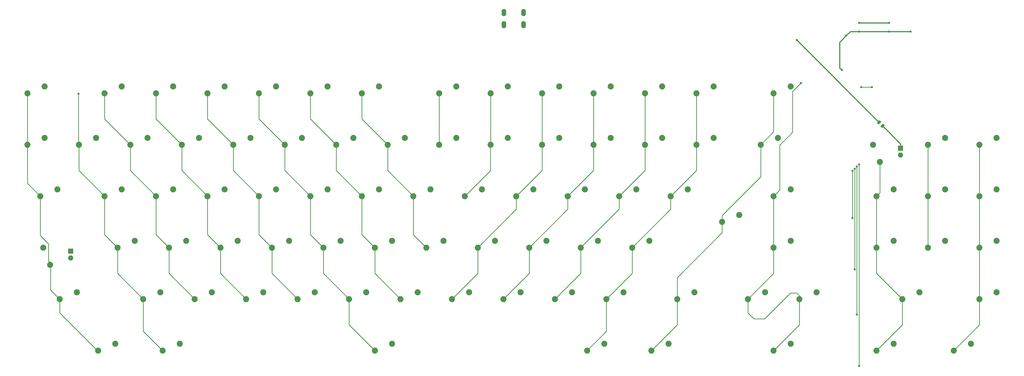
<source format=gtl>
%TF.GenerationSoftware,KiCad,Pcbnew,5.1.9*%
%TF.CreationDate,2021-05-19T15:57:03-04:00*%
%TF.ProjectId,EKS-Mk2,454b532d-4d6b-4322-9e6b-696361645f70,2.1*%
%TF.SameCoordinates,Original*%
%TF.FileFunction,Copper,L1,Top*%
%TF.FilePolarity,Positive*%
%FSLAX46Y46*%
G04 Gerber Fmt 4.6, Leading zero omitted, Abs format (unit mm)*
G04 Created by KiCad (PCBNEW 5.1.9) date 2021-05-19 15:57:03*
%MOMM*%
%LPD*%
G01*
G04 APERTURE LIST*
%TA.AperFunction,ComponentPad*%
%ADD10O,1.700000X2.700000*%
%TD*%
%TA.AperFunction,ComponentPad*%
%ADD11R,1.905000X1.905000*%
%TD*%
%TA.AperFunction,ComponentPad*%
%ADD12C,1.905000*%
%TD*%
%TA.AperFunction,ComponentPad*%
%ADD13C,2.250000*%
%TD*%
%TA.AperFunction,ViaPad*%
%ADD14C,0.800000*%
%TD*%
%TA.AperFunction,Conductor*%
%ADD15C,0.381000*%
%TD*%
%TA.AperFunction,Conductor*%
%ADD16C,0.250000*%
%TD*%
G04 APERTURE END LIST*
D10*
%TO.P,USB1,6*%
%TO.N,GND*%
X172562500Y32385000D03*
X179862500Y32385000D03*
X179862500Y27885000D03*
X172562500Y27885000D03*
%TD*%
D11*
%TO.P,MX4,4*%
%TO.N,CAPSGND*%
X12223750Y-55880000D03*
D12*
%TO.P,MX4,3*%
%TO.N,CAPSLED*%
X12223750Y-58420000D03*
D13*
%TO.P,MX4,1*%
%TO.N,COL0*%
X4603750Y-60960000D03*
%TO.P,MX4,2*%
%TO.N,Net-(D4-Pad2)*%
X2063750Y-54610000D03*
%TD*%
%TO.P,R6,2*%
%TO.N,GND*%
%TA.AperFunction,SMDPad,CuDef*%
G36*
G01*
X312127621Y-8278722D02*
X311491222Y-8915121D01*
G75*
G02*
X311137672Y-8915121I-176775J176775D01*
G01*
X310766439Y-8543888D01*
G75*
G02*
X310766439Y-8190338I176775J176775D01*
G01*
X311402838Y-7553939D01*
G75*
G02*
X311756388Y-7553939I176775J-176775D01*
G01*
X312127621Y-7925172D01*
G75*
G02*
X312127621Y-8278722I-176775J-176775D01*
G01*
G37*
%TD.AperFunction*%
%TO.P,R6,1*%
%TO.N,NUMGND*%
%TA.AperFunction,SMDPad,CuDef*%
G36*
G01*
X313418091Y-9569192D02*
X312781692Y-10205591D01*
G75*
G02*
X312428142Y-10205591I-176775J176775D01*
G01*
X312056909Y-9834358D01*
G75*
G02*
X312056909Y-9480808I176775J176775D01*
G01*
X312693308Y-8844409D01*
G75*
G02*
X313046858Y-8844409I176775J-176775D01*
G01*
X313418091Y-9215642D01*
G75*
G02*
X313418091Y-9569192I-176775J-176775D01*
G01*
G37*
%TD.AperFunction*%
%TD*%
%TO.P,MX90,2*%
%TO.N,Net-(D90-Pad2)*%
X345440000Y-90170000D03*
%TO.P,MX90,1*%
%TO.N,COL18*%
X339090000Y-92710000D03*
%TD*%
%TO.P,MX89,2*%
%TO.N,Net-(D89-Pad2)*%
X354965000Y-71120000D03*
%TO.P,MX89,1*%
%TO.N,COL18*%
X348615000Y-73660000D03*
%TD*%
%TO.P,MX88,2*%
%TO.N,Net-(D88-Pad2)*%
X354965000Y-52070000D03*
%TO.P,MX88,1*%
%TO.N,COL18*%
X348615000Y-54610000D03*
%TD*%
%TO.P,MX87,2*%
%TO.N,Net-(D87-Pad2)*%
X354965000Y-33020000D03*
%TO.P,MX87,1*%
%TO.N,COL18*%
X348615000Y-35560000D03*
%TD*%
%TO.P,MX86,2*%
%TO.N,Net-(D86-Pad2)*%
X354965000Y-13970000D03*
%TO.P,MX86,1*%
%TO.N,COL18*%
X348615000Y-16510000D03*
%TD*%
%TO.P,MX85,2*%
%TO.N,Net-(D85-Pad2)*%
X335915000Y-52070000D03*
%TO.P,MX85,1*%
%TO.N,COL17*%
X329565000Y-54610000D03*
%TD*%
%TO.P,MX84,2*%
%TO.N,Net-(D84-Pad2)*%
X335915000Y-33020000D03*
%TO.P,MX84,1*%
%TO.N,COL17*%
X329565000Y-35560000D03*
%TD*%
%TO.P,MX83,2*%
%TO.N,Net-(D83-Pad2)*%
X335915000Y-13970000D03*
%TO.P,MX83,1*%
%TO.N,COL17*%
X329565000Y-16510000D03*
%TD*%
%TO.P,MX82,2*%
%TO.N,Net-(D82-Pad2)*%
X316865000Y-90170000D03*
%TO.P,MX82,1*%
%TO.N,COL16*%
X310515000Y-92710000D03*
%TD*%
%TO.P,MX81,2*%
%TO.N,Net-(D81-Pad2)*%
X326390000Y-71120000D03*
%TO.P,MX81,1*%
%TO.N,COL16*%
X320040000Y-73660000D03*
%TD*%
%TO.P,MX80,2*%
%TO.N,Net-(D80-Pad2)*%
X316865000Y-52070000D03*
%TO.P,MX80,1*%
%TO.N,COL16*%
X310515000Y-54610000D03*
%TD*%
%TO.P,MX79,2*%
%TO.N,Net-(D79-Pad2)*%
X316865000Y-33020000D03*
%TO.P,MX79,1*%
%TO.N,COL16*%
X310515000Y-35560000D03*
%TD*%
D11*
%TO.P,MX78,4*%
%TO.N,NUMGND*%
X319405000Y-17780000D03*
D12*
%TO.P,MX78,3*%
%TO.N,NUMLED*%
X319405000Y-20320000D03*
D13*
%TO.P,MX78,1*%
%TO.N,COL16*%
X311785000Y-22860000D03*
%TO.P,MX78,2*%
%TO.N,Net-(D78-Pad2)*%
X309245000Y-16510000D03*
%TD*%
%TO.P,MX77,2*%
%TO.N,Net-(D77-Pad2)*%
X278765000Y-90170000D03*
%TO.P,MX77,1*%
%TO.N,COL15*%
X272415000Y-92710000D03*
%TD*%
%TO.P,MX76,2*%
%TO.N,Net-(D76-Pad2)*%
X288290000Y-71120000D03*
%TO.P,MX76,1*%
%TO.N,COL15*%
X281940000Y-73660000D03*
%TD*%
%TO.P,MX75,2*%
%TO.N,Net-(D75-Pad2)*%
X269240000Y-71120000D03*
%TO.P,MX75,1*%
%TO.N,COL15*%
X262890000Y-73660000D03*
%TD*%
%TO.P,MX74,2*%
%TO.N,Net-(D74-Pad2)*%
X278765000Y-52070000D03*
%TO.P,MX74,1*%
%TO.N,COL15*%
X272415000Y-54610000D03*
%TD*%
%TO.P,MX73,2*%
%TO.N,Net-(D73-Pad2)*%
X278765000Y-33020000D03*
%TO.P,MX73,1*%
%TO.N,COL15*%
X272415000Y-35560000D03*
%TD*%
%TO.P,MX72,2*%
%TO.N,Net-(D72-Pad2)*%
X233521250Y-90170000D03*
%TO.P,MX72,1*%
%TO.N,COL14*%
X227171250Y-92710000D03*
%TD*%
%TO.P,MX71,2*%
%TO.N,Net-(D71-Pad2)*%
X243046250Y-71120000D03*
%TO.P,MX71,1*%
%TO.N,COL14*%
X236696250Y-73660000D03*
%TD*%
%TO.P,MX70,1*%
%TO.N,COL14*%
X253365000Y-45085000D03*
%TO.P,MX70,2*%
%TO.N,Net-(D70-Pad2)*%
X259715000Y-42545000D03*
%TD*%
%TO.P,MX69,2*%
%TO.N,Net-(D69-Pad2)*%
X274002500Y-13970000D03*
%TO.P,MX69,1*%
%TO.N,COL14*%
X267652500Y-16510000D03*
%TD*%
%TO.P,MX68,2*%
%TO.N,Net-(D68-Pad2)*%
X278765000Y5080000D03*
%TO.P,MX68,1*%
%TO.N,COL14*%
X272415000Y2540000D03*
%TD*%
%TO.P,MX67,2*%
%TO.N,Net-(D67-Pad2)*%
X209708750Y-90170000D03*
%TO.P,MX67,1*%
%TO.N,COL13*%
X203358750Y-92710000D03*
%TD*%
%TO.P,MX66,2*%
%TO.N,Net-(D66-Pad2)*%
X216852500Y-71120000D03*
%TO.P,MX66,1*%
%TO.N,COL13*%
X210502500Y-73660000D03*
%TD*%
%TO.P,MX65,2*%
%TO.N,Net-(D65-Pad2)*%
X226377500Y-52070000D03*
%TO.P,MX65,1*%
%TO.N,COL13*%
X220027500Y-54610000D03*
%TD*%
%TO.P,MX64,2*%
%TO.N,Net-(D64-Pad2)*%
X240665000Y-33020000D03*
%TO.P,MX64,1*%
%TO.N,COL13*%
X234315000Y-35560000D03*
%TD*%
%TO.P,MX63,2*%
%TO.N,Net-(D63-Pad2)*%
X250190000Y-13970000D03*
%TO.P,MX63,1*%
%TO.N,COL13*%
X243840000Y-16510000D03*
%TD*%
%TO.P,MX62,2*%
%TO.N,Net-(D62-Pad2)*%
X250190000Y5080000D03*
%TO.P,MX62,1*%
%TO.N,COL13*%
X243840000Y2540000D03*
%TD*%
%TO.P,MX61,2*%
%TO.N,Net-(D61-Pad2)*%
X197802500Y-71120000D03*
%TO.P,MX61,1*%
%TO.N,COL12*%
X191452500Y-73660000D03*
%TD*%
%TO.P,MX60,2*%
%TO.N,Net-(D60-Pad2)*%
X207327500Y-52070000D03*
%TO.P,MX60,1*%
%TO.N,COL12*%
X200977500Y-54610000D03*
%TD*%
%TO.P,MX59,2*%
%TO.N,Net-(D59-Pad2)*%
X221615000Y-33020000D03*
%TO.P,MX59,1*%
%TO.N,COL12*%
X215265000Y-35560000D03*
%TD*%
%TO.P,MX58,2*%
%TO.N,Net-(D58-Pad2)*%
X231140000Y-13970000D03*
%TO.P,MX58,1*%
%TO.N,COL12*%
X224790000Y-16510000D03*
%TD*%
%TO.P,MX57,2*%
%TO.N,Net-(D57-Pad2)*%
X231140000Y5080000D03*
%TO.P,MX57,1*%
%TO.N,COL12*%
X224790000Y2540000D03*
%TD*%
%TO.P,MX56,2*%
%TO.N,Net-(D56-Pad2)*%
X178752500Y-71120000D03*
%TO.P,MX56,1*%
%TO.N,COL11*%
X172402500Y-73660000D03*
%TD*%
%TO.P,MX55,2*%
%TO.N,Net-(D55-Pad2)*%
X188277500Y-52070000D03*
%TO.P,MX55,1*%
%TO.N,COL11*%
X181927500Y-54610000D03*
%TD*%
%TO.P,MX54,2*%
%TO.N,Net-(D54-Pad2)*%
X202565000Y-33020000D03*
%TO.P,MX54,1*%
%TO.N,COL11*%
X196215000Y-35560000D03*
%TD*%
%TO.P,MX53,2*%
%TO.N,Net-(D53-Pad2)*%
X212090000Y-13970000D03*
%TO.P,MX53,1*%
%TO.N,COL11*%
X205740000Y-16510000D03*
%TD*%
%TO.P,MX52,2*%
%TO.N,Net-(D52-Pad2)*%
X212090000Y5080000D03*
%TO.P,MX52,1*%
%TO.N,COL11*%
X205740000Y2540000D03*
%TD*%
%TO.P,MX51,2*%
%TO.N,Net-(D51-Pad2)*%
X159702500Y-71120000D03*
%TO.P,MX51,1*%
%TO.N,COL10*%
X153352500Y-73660000D03*
%TD*%
%TO.P,MX50,2*%
%TO.N,Net-(D50-Pad2)*%
X169227500Y-52070000D03*
%TO.P,MX50,1*%
%TO.N,COL10*%
X162877500Y-54610000D03*
%TD*%
%TO.P,MX49,2*%
%TO.N,Net-(D49-Pad2)*%
X183515000Y-33020000D03*
%TO.P,MX49,1*%
%TO.N,COL10*%
X177165000Y-35560000D03*
%TD*%
%TO.P,MX48,2*%
%TO.N,Net-(D48-Pad2)*%
X193040000Y-13970000D03*
%TO.P,MX48,1*%
%TO.N,COL10*%
X186690000Y-16510000D03*
%TD*%
%TO.P,MX47,2*%
%TO.N,Net-(D47-Pad2)*%
X193040000Y5080000D03*
%TO.P,MX47,1*%
%TO.N,COL10*%
X186690000Y2540000D03*
%TD*%
%TO.P,MX46,2*%
%TO.N,Net-(D46-Pad2)*%
X164465000Y-33020000D03*
%TO.P,MX46,1*%
%TO.N,COL9*%
X158115000Y-35560000D03*
%TD*%
%TO.P,MX45,2*%
%TO.N,Net-(D45-Pad2)*%
X173990000Y-13970000D03*
%TO.P,MX45,1*%
%TO.N,COL9*%
X167640000Y-16510000D03*
%TD*%
%TO.P,MX44,2*%
%TO.N,Net-(D44-Pad2)*%
X173990000Y5080000D03*
%TO.P,MX44,1*%
%TO.N,COL9*%
X167640000Y2540000D03*
%TD*%
%TO.P,MX43,2*%
%TO.N,Net-(D43-Pad2)*%
X154940000Y-13970000D03*
%TO.P,MX43,1*%
%TO.N,COL8*%
X148590000Y-16510000D03*
%TD*%
%TO.P,MX42,2*%
%TO.N,Net-(D42-Pad2)*%
X154940000Y5080000D03*
%TO.P,MX42,1*%
%TO.N,COL8*%
X148590000Y2540000D03*
%TD*%
%TO.P,MX41,2*%
%TO.N,Net-(D41-Pad2)*%
X150177500Y-52070000D03*
%TO.P,MX41,1*%
%TO.N,COL7*%
X143827500Y-54610000D03*
%TD*%
%TO.P,MX40,2*%
%TO.N,Net-(D40-Pad2)*%
X145415000Y-33020000D03*
%TO.P,MX40,1*%
%TO.N,COL7*%
X139065000Y-35560000D03*
%TD*%
%TO.P,MX39,2*%
%TO.N,Net-(D39-Pad2)*%
X135890000Y-13970000D03*
%TO.P,MX39,1*%
%TO.N,COL7*%
X129540000Y-16510000D03*
%TD*%
%TO.P,MX38,2*%
%TO.N,Net-(D38-Pad2)*%
X126365000Y5080000D03*
%TO.P,MX38,1*%
%TO.N,COL7*%
X120015000Y2540000D03*
%TD*%
%TO.P,MX37,2*%
%TO.N,Net-(D37-Pad2)*%
X140652500Y-71120000D03*
%TO.P,MX37,1*%
%TO.N,COL6*%
X134302500Y-73660000D03*
%TD*%
%TO.P,MX36,2*%
%TO.N,Net-(D36-Pad2)*%
X131127500Y-52070000D03*
%TO.P,MX36,1*%
%TO.N,COL6*%
X124777500Y-54610000D03*
%TD*%
%TO.P,MX35,2*%
%TO.N,Net-(D35-Pad2)*%
X126365000Y-33020000D03*
%TO.P,MX35,1*%
%TO.N,COL6*%
X120015000Y-35560000D03*
%TD*%
%TO.P,MX34,2*%
%TO.N,Net-(D34-Pad2)*%
X116840000Y-13970000D03*
%TO.P,MX34,1*%
%TO.N,COL6*%
X110490000Y-16510000D03*
%TD*%
%TO.P,MX33,2*%
%TO.N,Net-(D33-Pad2)*%
X107315000Y5080000D03*
%TO.P,MX33,1*%
%TO.N,COL6*%
X100965000Y2540000D03*
%TD*%
%TO.P,MX32,2*%
%TO.N,Net-(D32-Pad2)*%
X131127500Y-90170000D03*
%TO.P,MX32,1*%
%TO.N,COL5*%
X124777500Y-92710000D03*
%TD*%
%TO.P,MX31,2*%
%TO.N,Net-(D31-Pad2)*%
X121602500Y-71120000D03*
%TO.P,MX31,1*%
%TO.N,COL5*%
X115252500Y-73660000D03*
%TD*%
%TO.P,MX30,2*%
%TO.N,Net-(D30-Pad2)*%
X112077500Y-52070000D03*
%TO.P,MX30,1*%
%TO.N,COL5*%
X105727500Y-54610000D03*
%TD*%
%TO.P,MX29,2*%
%TO.N,Net-(D29-Pad2)*%
X107315000Y-33020000D03*
%TO.P,MX29,1*%
%TO.N,COL5*%
X100965000Y-35560000D03*
%TD*%
%TO.P,MX28,2*%
%TO.N,Net-(D28-Pad2)*%
X97790000Y-13970000D03*
%TO.P,MX28,1*%
%TO.N,COL5*%
X91440000Y-16510000D03*
%TD*%
%TO.P,MX27,2*%
%TO.N,Net-(D27-Pad2)*%
X88265000Y5080000D03*
%TO.P,MX27,1*%
%TO.N,COL5*%
X81915000Y2540000D03*
%TD*%
%TO.P,MX26,2*%
%TO.N,Net-(D26-Pad2)*%
X102552500Y-71120000D03*
%TO.P,MX26,1*%
%TO.N,COL4*%
X96202500Y-73660000D03*
%TD*%
%TO.P,MX25,2*%
%TO.N,Net-(D25-Pad2)*%
X93027500Y-52070000D03*
%TO.P,MX25,1*%
%TO.N,COL4*%
X86677500Y-54610000D03*
%TD*%
%TO.P,MX24,2*%
%TO.N,Net-(D24-Pad2)*%
X88265000Y-33020000D03*
%TO.P,MX24,1*%
%TO.N,COL4*%
X81915000Y-35560000D03*
%TD*%
%TO.P,MX23,2*%
%TO.N,Net-(D23-Pad2)*%
X78740000Y-13970000D03*
%TO.P,MX23,1*%
%TO.N,COL4*%
X72390000Y-16510000D03*
%TD*%
%TO.P,MX22,2*%
%TO.N,Net-(D22-Pad2)*%
X69215000Y5080000D03*
%TO.P,MX22,1*%
%TO.N,COL4*%
X62865000Y2540000D03*
%TD*%
%TO.P,MX21,2*%
%TO.N,Net-(D21-Pad2)*%
X83502500Y-71120000D03*
%TO.P,MX21,1*%
%TO.N,COL3*%
X77152500Y-73660000D03*
%TD*%
%TO.P,MX20,2*%
%TO.N,Net-(D20-Pad2)*%
X73977500Y-52070000D03*
%TO.P,MX20,1*%
%TO.N,COL3*%
X67627500Y-54610000D03*
%TD*%
%TO.P,MX19,2*%
%TO.N,Net-(D19-Pad2)*%
X69215000Y-33020000D03*
%TO.P,MX19,1*%
%TO.N,COL3*%
X62865000Y-35560000D03*
%TD*%
%TO.P,MX18,2*%
%TO.N,Net-(D18-Pad2)*%
X59690000Y-13970000D03*
%TO.P,MX18,1*%
%TO.N,COL3*%
X53340000Y-16510000D03*
%TD*%
%TO.P,MX17,2*%
%TO.N,Net-(D17-Pad2)*%
X50165000Y5080000D03*
%TO.P,MX17,1*%
%TO.N,COL3*%
X43815000Y2540000D03*
%TD*%
%TO.P,MX16,2*%
%TO.N,Net-(D16-Pad2)*%
X64452500Y-71120000D03*
%TO.P,MX16,1*%
%TO.N,COL2*%
X58102500Y-73660000D03*
%TD*%
%TO.P,MX15,2*%
%TO.N,Net-(D15-Pad2)*%
X54927500Y-52070000D03*
%TO.P,MX15,1*%
%TO.N,COL2*%
X48577500Y-54610000D03*
%TD*%
%TO.P,MX14,2*%
%TO.N,Net-(D14-Pad2)*%
X50165000Y-33020000D03*
%TO.P,MX14,1*%
%TO.N,COL2*%
X43815000Y-35560000D03*
%TD*%
%TO.P,MX13,2*%
%TO.N,Net-(D13-Pad2)*%
X40640000Y-13970000D03*
%TO.P,MX13,1*%
%TO.N,COL2*%
X34290000Y-16510000D03*
%TD*%
%TO.P,MX12,2*%
%TO.N,Net-(D12-Pad2)*%
X31115000Y5080000D03*
%TO.P,MX12,1*%
%TO.N,COL2*%
X24765000Y2540000D03*
%TD*%
%TO.P,MX11,2*%
%TO.N,Net-(D11-Pad2)*%
X52546250Y-90170000D03*
%TO.P,MX11,1*%
%TO.N,COL1*%
X46196250Y-92710000D03*
%TD*%
%TO.P,MX10,2*%
%TO.N,Net-(D10-Pad2)*%
X45402500Y-71120000D03*
%TO.P,MX10,1*%
%TO.N,COL1*%
X39052500Y-73660000D03*
%TD*%
%TO.P,MX9,2*%
%TO.N,Net-(D9-Pad2)*%
X35877500Y-52070000D03*
%TO.P,MX9,1*%
%TO.N,COL1*%
X29527500Y-54610000D03*
%TD*%
%TO.P,MX8,2*%
%TO.N,Net-(D8-Pad2)*%
X31115000Y-33020000D03*
%TO.P,MX8,1*%
%TO.N,COL1*%
X24765000Y-35560000D03*
%TD*%
%TO.P,MX7,2*%
%TO.N,Net-(D7-Pad2)*%
X21590000Y-13970000D03*
%TO.P,MX7,1*%
%TO.N,COL1*%
X15240000Y-16510000D03*
%TD*%
%TO.P,MX6,2*%
%TO.N,Net-(D6-Pad2)*%
X28733750Y-90170000D03*
%TO.P,MX6,1*%
%TO.N,COL0*%
X22383750Y-92710000D03*
%TD*%
%TO.P,MX5,2*%
%TO.N,Net-(D5-Pad2)*%
X14446250Y-71120000D03*
%TO.P,MX5,1*%
%TO.N,COL0*%
X8096250Y-73660000D03*
%TD*%
%TO.P,MX3,2*%
%TO.N,Net-(D3-Pad2)*%
X7302500Y-33020000D03*
%TO.P,MX3,1*%
%TO.N,COL0*%
X952500Y-35560000D03*
%TD*%
%TO.P,MX2,2*%
%TO.N,Net-(D2-Pad2)*%
X2540000Y-13970000D03*
%TO.P,MX2,1*%
%TO.N,COL0*%
X-3810000Y-16510000D03*
%TD*%
%TO.P,MX1,2*%
%TO.N,Net-(D1-Pad2)*%
X2540000Y5080000D03*
%TO.P,MX1,1*%
%TO.N,COL0*%
X-3810000Y2540000D03*
%TD*%
D14*
%TO.N,+5V*%
X323056250Y25400000D03*
X297656250Y11112500D03*
X304006250Y28575000D03*
X315118750Y28575000D03*
X299243750Y23812500D03*
X304006250Y25400000D03*
X315118750Y25400000D03*
%TO.N,ROW2*%
X301625000Y-43656250D03*
X301625000Y-26193750D03*
%TO.N,ROW3*%
X302418750Y-62706250D03*
X302418750Y-25400000D03*
%TO.N,ROW4*%
X303212500Y-79375000D03*
X303212500Y-24606250D03*
%TO.N,ROW5*%
X304006250Y-98425000D03*
X304006250Y-23812500D03*
%TO.N,COL1*%
X15081250Y2381250D03*
%TO.N,COL15*%
X282575000Y6350000D03*
%TO.N,Net-(R4-Pad1)*%
X304800000Y4762500D03*
X308768750Y4762500D03*
%TO.N,GND*%
X280987500Y22225000D03*
%TD*%
D15*
%TO.N,+5V*%
X297656250Y11112500D02*
X297656250Y11112500D01*
X323056250Y25400000D02*
X300831250Y25400000D01*
X296862500Y21431250D02*
X299243750Y23812500D01*
X296862500Y11906250D02*
X296862500Y21431250D01*
X297656250Y11112500D02*
X296862500Y11906250D01*
X299243750Y23812500D02*
X300831250Y25400000D01*
X315118750Y28575000D02*
X304006250Y28575000D01*
D16*
%TO.N,ROW2*%
X301625000Y-43656250D02*
X301625000Y-26193750D01*
%TO.N,ROW3*%
X302418750Y-62706250D02*
X302418750Y-25400000D01*
%TO.N,ROW4*%
X303212500Y-79375000D02*
X303212500Y-24606250D01*
%TO.N,ROW5*%
X304006250Y-98425000D02*
X304006250Y-23812500D01*
%TO.N,COL0*%
X-3810000Y2540000D02*
X-3810000Y-16510000D01*
X-3810000Y-30797500D02*
X952500Y-35560000D01*
X-3810000Y-16510000D02*
X-3810000Y-30797500D01*
X8096250Y-73660000D02*
X8096250Y-78740000D01*
X22066250Y-92710000D02*
X22383750Y-92710000D01*
X8096250Y-78740000D02*
X22066250Y-92710000D01*
X8096250Y-73660000D02*
X4762500Y-70326250D01*
X4762500Y-61118750D02*
X4603750Y-60960000D01*
X4762500Y-70326250D02*
X4762500Y-61118750D01*
X4603750Y-60960000D02*
X4603750Y-60166250D01*
X4603750Y-60166250D02*
X3968750Y-59531250D01*
X3968750Y-59531250D02*
X3968750Y-53181250D01*
X3968750Y-53181250D02*
X952500Y-50165000D01*
X952500Y-35560000D02*
X952500Y-50165000D01*
%TO.N,COL1*%
X15240000Y-26035000D02*
X24765000Y-35560000D01*
X15240000Y-16510000D02*
X15240000Y-26035000D01*
X24765000Y-49847500D02*
X29527500Y-54610000D01*
X24765000Y-35560000D02*
X24765000Y-49847500D01*
X29527500Y-64135000D02*
X39052500Y-73660000D01*
X29527500Y-54610000D02*
X29527500Y-64135000D01*
X39052500Y-85566250D02*
X46196250Y-92710000D01*
X39052500Y-73660000D02*
X39052500Y-85566250D01*
X15240000Y-16510000D02*
X15240000Y-15240000D01*
X15240000Y-15240000D02*
X15081250Y-15081250D01*
X15081250Y-15081250D02*
X15081250Y2381250D01*
%TO.N,COL2*%
X24765000Y-6985000D02*
X34290000Y-16510000D01*
X24765000Y2540000D02*
X24765000Y-6985000D01*
X34290000Y-26035000D02*
X43815000Y-35560000D01*
X34290000Y-16510000D02*
X34290000Y-26035000D01*
X43815000Y-49847500D02*
X48577500Y-54610000D01*
X43815000Y-35560000D02*
X43815000Y-49847500D01*
X48577500Y-64135000D02*
X58102500Y-73660000D01*
X48577500Y-54610000D02*
X48577500Y-64135000D01*
%TO.N,COL3*%
X43815000Y-6985000D02*
X53340000Y-16510000D01*
X43815000Y2540000D02*
X43815000Y-6985000D01*
X53340000Y-26035000D02*
X62865000Y-35560000D01*
X53340000Y-16510000D02*
X53340000Y-26035000D01*
X62865000Y-49847500D02*
X67627500Y-54610000D01*
X62865000Y-35560000D02*
X62865000Y-49847500D01*
X67627500Y-64135000D02*
X77152500Y-73660000D01*
X67627500Y-54610000D02*
X67627500Y-64135000D01*
%TO.N,COL4*%
X62865000Y-6985000D02*
X72390000Y-16510000D01*
X62865000Y2540000D02*
X62865000Y-6985000D01*
X72390000Y-26035000D02*
X81915000Y-35560000D01*
X72390000Y-16510000D02*
X72390000Y-26035000D01*
X81915000Y-49847500D02*
X86677500Y-54610000D01*
X81915000Y-35560000D02*
X81915000Y-49847500D01*
X86677500Y-64135000D02*
X96202500Y-73660000D01*
X86677500Y-54610000D02*
X86677500Y-64135000D01*
%TO.N,COL5*%
X81915000Y-6985000D02*
X91440000Y-16510000D01*
X81915000Y2540000D02*
X81915000Y-6985000D01*
X91440000Y-26035000D02*
X100965000Y-35560000D01*
X91440000Y-16510000D02*
X91440000Y-26035000D01*
X100965000Y-49847500D02*
X105727500Y-54610000D01*
X100965000Y-35560000D02*
X100965000Y-49847500D01*
X105727500Y-64135000D02*
X115252500Y-73660000D01*
X105727500Y-54610000D02*
X105727500Y-64135000D01*
X115252500Y-83185000D02*
X124777500Y-92710000D01*
X115252500Y-73660000D02*
X115252500Y-83185000D01*
%TO.N,COL6*%
X100965000Y-6985000D02*
X110490000Y-16510000D01*
X100965000Y2540000D02*
X100965000Y-6985000D01*
X110490000Y-26035000D02*
X120015000Y-35560000D01*
X110490000Y-16510000D02*
X110490000Y-26035000D01*
X120015000Y-49847500D02*
X124777500Y-54610000D01*
X120015000Y-35560000D02*
X120015000Y-49847500D01*
X124777500Y-64135000D02*
X134302500Y-73660000D01*
X124777500Y-54610000D02*
X124777500Y-64135000D01*
%TO.N,COL7*%
X120015000Y-6985000D02*
X129540000Y-16510000D01*
X120015000Y2540000D02*
X120015000Y-6985000D01*
X129540000Y-26035000D02*
X139065000Y-35560000D01*
X129540000Y-16510000D02*
X129540000Y-26035000D01*
X139065000Y-49847500D02*
X143827500Y-54610000D01*
X139065000Y-35560000D02*
X139065000Y-49847500D01*
%TO.N,COL8*%
X148590000Y2540000D02*
X148590000Y-16510000D01*
%TO.N,COL9*%
X167640000Y2540000D02*
X167640000Y-16510000D01*
X167570001Y-26104999D02*
X167570001Y-16579999D01*
X167570001Y-16579999D02*
X167640000Y-16510000D01*
X158115000Y-35560000D02*
X167570001Y-26104999D01*
%TO.N,COL10*%
X186690000Y2540000D02*
X186690000Y-16510000D01*
X186690000Y-26035000D02*
X177165000Y-35560000D01*
X186690000Y-16510000D02*
X186690000Y-26035000D01*
X162877500Y-64135000D02*
X153352500Y-73660000D01*
X162877500Y-54610000D02*
X162877500Y-64135000D01*
X177165000Y-35560000D02*
X177165000Y-40322500D01*
X177165000Y-40322500D02*
X162877500Y-54610000D01*
%TO.N,COL11*%
X205740000Y2540000D02*
X205740000Y-16510000D01*
X205740000Y-26035000D02*
X196215000Y-35560000D01*
X205740000Y-16510000D02*
X205740000Y-26035000D01*
X196215000Y-40322500D02*
X181927500Y-54610000D01*
X196215000Y-35560000D02*
X196215000Y-40322500D01*
X181927500Y-64135000D02*
X172402500Y-73660000D01*
X181927500Y-54610000D02*
X181927500Y-64135000D01*
%TO.N,COL12*%
X224790000Y2540000D02*
X224790000Y-16510000D01*
X224790000Y-26035000D02*
X215265000Y-35560000D01*
X224790000Y-16510000D02*
X224790000Y-26035000D01*
X215265000Y-35560000D02*
X215265000Y-40322500D01*
X200907501Y-54679999D02*
X200977500Y-54610000D01*
X215265000Y-40322500D02*
X200907501Y-54679999D01*
X200977500Y-64135000D02*
X191452500Y-73660000D01*
X200977500Y-54610000D02*
X200977500Y-64135000D01*
%TO.N,COL13*%
X243840000Y2540000D02*
X243840000Y-16510000D01*
X243840000Y-26035000D02*
X234315000Y-35560000D01*
X243840000Y-16510000D02*
X243840000Y-26035000D01*
X234315000Y-35560000D02*
X234315000Y-40322500D01*
X234315000Y-40322500D02*
X220027500Y-54610000D01*
X220027500Y-64135000D02*
X210502500Y-73660000D01*
X220027500Y-54610000D02*
X220027500Y-64135000D01*
X210502500Y-85566250D02*
X203358750Y-92710000D01*
X210502500Y-73660000D02*
X210502500Y-85566250D01*
%TO.N,COL14*%
X272415000Y-11747500D02*
X267652500Y-16510000D01*
X272415000Y2540000D02*
X272415000Y-11747500D01*
X267652500Y-16510000D02*
X267652500Y-28416250D01*
X253365000Y-42703750D02*
X253365000Y-45085000D01*
X267652500Y-28416250D02*
X253365000Y-42703750D01*
X253365000Y-45085000D02*
X253365000Y-49053750D01*
X236696250Y-65722500D02*
X236696250Y-73660000D01*
X253365000Y-49053750D02*
X236696250Y-65722500D01*
X236696250Y-83185000D02*
X227171250Y-92710000D01*
X236696250Y-73660000D02*
X236696250Y-83185000D01*
%TO.N,COL15*%
X272415000Y-35560000D02*
X272415000Y-54610000D01*
X272415000Y-64135000D02*
X262890000Y-73660000D01*
X272415000Y-54610000D02*
X272415000Y-64135000D01*
X281940000Y-83185000D02*
X272415000Y-92710000D01*
X281940000Y-73660000D02*
X281940000Y-83185000D01*
X281940000Y-72390000D02*
X281940000Y-73660000D01*
X280987500Y-71437500D02*
X281940000Y-72390000D01*
X278606250Y-71437500D02*
X280987500Y-71437500D01*
X269081250Y-80962500D02*
X278606250Y-71437500D01*
X265112500Y-80962500D02*
X269081250Y-80962500D01*
X262890000Y-78740000D02*
X265112500Y-80962500D01*
X262890000Y-73660000D02*
X262890000Y-78740000D01*
X274637500Y-33337500D02*
X272415000Y-35560000D01*
X274637500Y-16668750D02*
X274637500Y-33337500D01*
X279400000Y-11906250D02*
X274637500Y-16668750D01*
X279400000Y3175000D02*
X279400000Y-11906250D01*
X282575000Y6350000D02*
X282575000Y6350000D01*
X282575000Y6350000D02*
X279400000Y3175000D01*
D15*
%TO.N,NUMGND*%
X319405000Y-16192500D02*
X319405000Y-17780000D01*
X312737500Y-9525000D02*
X319405000Y-16192500D01*
D16*
%TO.N,COL16*%
X310515000Y-64135000D02*
X320040000Y-73660000D01*
X310515000Y-54610000D02*
X310515000Y-64135000D01*
X320040000Y-83185000D02*
X310515000Y-92710000D01*
X320040000Y-73660000D02*
X320040000Y-83185000D01*
X310515000Y-38258750D02*
X310515000Y-35560000D01*
X310515000Y-54610000D02*
X310515000Y-38258750D01*
X311785000Y-34290000D02*
X310515000Y-35560000D01*
X311785000Y-22860000D02*
X311785000Y-34290000D01*
%TO.N,COL17*%
X329565000Y-19208750D02*
X329565000Y-16510000D01*
X329565000Y-19556002D02*
X329565000Y-19685000D01*
X329565000Y-19685000D02*
X329565000Y-19208750D01*
X329565000Y-19685000D02*
X329565000Y-54610000D01*
%TO.N,COL18*%
X348615000Y-57656002D02*
X348615000Y-73660000D01*
X348615000Y-16510000D02*
X348615000Y-57656002D01*
X348615000Y-83185000D02*
X339090000Y-92710000D01*
X348615000Y-73660000D02*
X348615000Y-83185000D01*
%TO.N,Net-(R4-Pad1)*%
X308768750Y4762500D02*
X304800000Y4762500D01*
D15*
%TO.N,GND*%
X311447030Y-8234530D02*
X280987500Y22225000D01*
%TD*%
M02*

</source>
